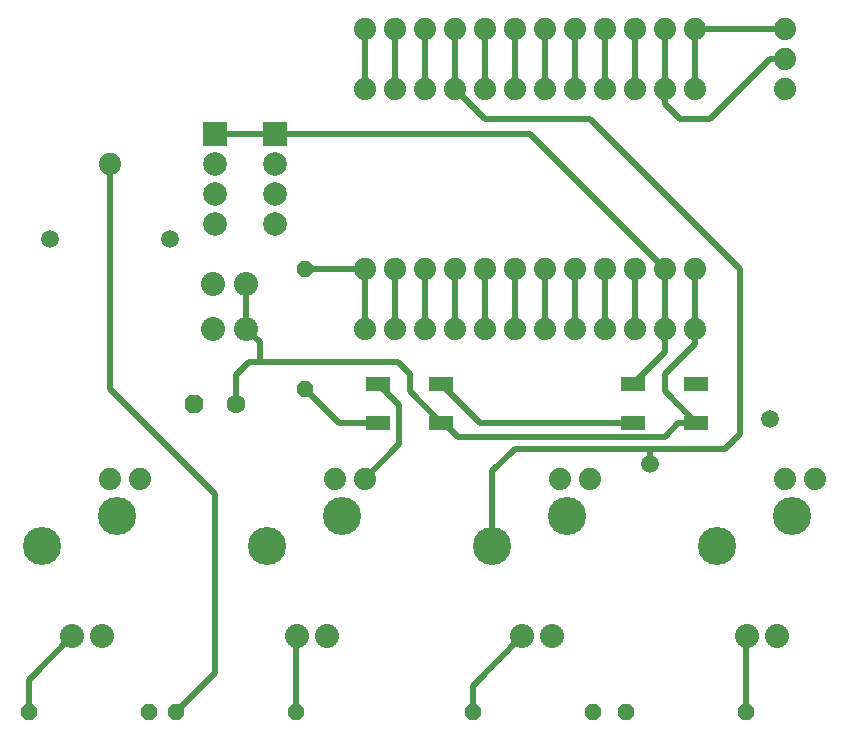
<source format=gbr>
G04 EAGLE Gerber RS-274X export*
G75*
%MOMM*%
%FSLAX34Y34*%
%LPD*%
%INTop Copper*%
%IPPOS*%
%AMOC8*
5,1,8,0,0,1.08239X$1,22.5*%
G01*
%ADD10P,1.429621X8X292.500000*%
%ADD11C,1.879600*%
%ADD12C,2.032000*%
%ADD13P,1.732040X8X202.500000*%
%ADD14C,1.600200*%
%ADD15R,2.000000X2.000000*%
%ADD16C,2.000000*%
%ADD17R,2.000000X1.250000*%
%ADD18C,3.225800*%
%ADD19P,1.429621X8X202.500000*%
%ADD20P,1.429621X8X22.500000*%
%ADD21C,0.508000*%
%ADD22C,1.500000*%


D10*
X609600Y774700D03*
X609600Y673100D03*
D11*
X939800Y927100D03*
X914400Y927100D03*
X889000Y927100D03*
X863600Y927100D03*
X838200Y927100D03*
X812800Y927100D03*
X787400Y927100D03*
X762000Y927100D03*
X736600Y927100D03*
X711200Y927100D03*
X685800Y927100D03*
X660400Y927100D03*
X660400Y774700D03*
X685800Y774700D03*
X711200Y774700D03*
X736600Y774700D03*
X762000Y774700D03*
X787400Y774700D03*
X812800Y774700D03*
X838200Y774700D03*
X863600Y774700D03*
X889000Y774700D03*
X914400Y774700D03*
X939800Y774700D03*
D12*
X560070Y723900D03*
X532130Y723900D03*
X532130Y762000D03*
X560070Y762000D03*
D13*
X515620Y660400D03*
D14*
X551180Y660400D03*
D11*
X660400Y977900D03*
X685800Y977900D03*
X711200Y977900D03*
X736600Y977900D03*
X762000Y977900D03*
X787400Y977900D03*
X812800Y977900D03*
X838200Y977900D03*
X863600Y977900D03*
X889000Y977900D03*
X914400Y977900D03*
X939800Y977900D03*
X939800Y723900D03*
X914400Y723900D03*
X889000Y723900D03*
X863600Y723900D03*
X838200Y723900D03*
X812800Y723900D03*
X787400Y723900D03*
X762000Y723900D03*
X736600Y723900D03*
X711200Y723900D03*
X685800Y723900D03*
X660400Y723900D03*
D15*
X584200Y889000D03*
D16*
X584200Y863600D03*
X584200Y838200D03*
X584200Y812800D03*
D15*
X533400Y889000D03*
D16*
X533400Y863600D03*
X533400Y838200D03*
X533400Y812800D03*
D11*
X1016000Y977900D03*
X1016000Y952500D03*
X1016000Y927100D03*
X444500Y863600D03*
D17*
X725500Y643900D03*
X725500Y676900D03*
X671500Y643900D03*
X671500Y676900D03*
X941400Y643900D03*
X941400Y676900D03*
X887400Y643900D03*
X887400Y676900D03*
D12*
X412750Y463550D03*
X438150Y463550D03*
D18*
X387350Y539750D03*
X450850Y565150D03*
D19*
X477520Y399288D03*
X375920Y399288D03*
D11*
X444500Y596900D03*
X469900Y596900D03*
D12*
X603250Y463550D03*
X628650Y463550D03*
D18*
X577850Y539750D03*
X641350Y565150D03*
D20*
X500380Y399288D03*
X601980Y399288D03*
D11*
X635000Y596900D03*
X660400Y596900D03*
D12*
X793750Y463550D03*
X819150Y463550D03*
D18*
X768350Y539750D03*
X831850Y565150D03*
D19*
X853440Y399288D03*
X751840Y399288D03*
D11*
X825500Y596900D03*
X850900Y596900D03*
D12*
X984250Y463550D03*
X1009650Y463550D03*
D18*
X958850Y539750D03*
X1022350Y565150D03*
D20*
X881380Y399288D03*
X982980Y399288D03*
D11*
X1016000Y596900D03*
X1041400Y596900D03*
D21*
X863600Y723900D02*
X863600Y774700D01*
X800100Y889000D02*
X584200Y889000D01*
X800100Y889000D02*
X914400Y774700D01*
X584200Y889000D02*
X533400Y889000D01*
X863600Y927100D02*
X863600Y977900D01*
X889000Y977900D02*
X889000Y927100D01*
X689610Y626110D02*
X660400Y596900D01*
X914400Y723900D02*
X914400Y774700D01*
X914400Y703900D02*
X887400Y676900D01*
X914400Y703900D02*
X914400Y723900D01*
X689610Y658790D02*
X671500Y676900D01*
X689610Y658790D02*
X689610Y626110D01*
X660400Y723900D02*
X660400Y774700D01*
X609600Y774700D01*
X685800Y774700D02*
X685800Y723900D01*
X711200Y723900D02*
X711200Y774700D01*
X736600Y774700D02*
X736600Y723900D01*
X762000Y723900D02*
X762000Y774700D01*
X787400Y774700D02*
X787400Y723900D01*
X812800Y723900D02*
X812800Y774700D01*
X838200Y774700D02*
X838200Y723900D01*
X889000Y723900D02*
X889000Y774700D01*
X571500Y695960D02*
X562610Y695960D01*
X571500Y695960D02*
X688340Y695960D01*
X560070Y723900D02*
X560070Y762000D01*
X739140Y632460D02*
X901700Y632460D01*
X902970Y632460D02*
X914400Y632460D01*
X902970Y632460D02*
X901700Y632460D01*
X914400Y685800D02*
X939800Y711200D01*
X939800Y723900D01*
X939800Y774700D01*
X551180Y684530D02*
X551180Y660400D01*
X551180Y684530D02*
X562610Y695960D01*
X725500Y643900D02*
X727700Y643900D01*
X739140Y632460D01*
X725500Y643900D02*
X698500Y670900D01*
X698500Y685800D01*
X688340Y695960D01*
X571500Y712470D02*
X560070Y723900D01*
X571500Y712470D02*
X571500Y695960D01*
X914400Y670900D02*
X941400Y643900D01*
X914400Y670900D02*
X914400Y685800D01*
X925840Y643900D02*
X914400Y632460D01*
X925840Y643900D02*
X941400Y643900D01*
X939800Y927100D02*
X939800Y977900D01*
X1016000Y977900D01*
X914400Y977900D02*
X914400Y927100D01*
X914400Y914400D01*
X927100Y901700D01*
X952500Y901700D01*
X1003300Y952500D01*
X1016000Y952500D01*
X787400Y927100D02*
X787400Y977900D01*
D22*
X393700Y800100D03*
D21*
X762000Y927100D02*
X762000Y977900D01*
D22*
X495300Y800100D03*
D21*
X736600Y927100D02*
X736600Y977900D01*
X736600Y927100D02*
X762000Y901700D01*
X850900Y901700D01*
X977900Y774700D01*
X977900Y635000D01*
X965200Y622300D01*
X901700Y622300D01*
X787400Y622300D01*
X768350Y603250D01*
X768350Y539750D01*
D22*
X901700Y609600D03*
D21*
X901700Y622300D01*
X711200Y927100D02*
X711200Y977900D01*
D22*
X1003300Y647700D03*
D21*
X685800Y927100D02*
X685800Y977900D01*
X660400Y977900D02*
X660400Y927100D01*
X444500Y863600D02*
X444500Y673100D01*
X533400Y584200D01*
X533400Y432308D01*
X500380Y399288D01*
X758500Y643900D02*
X887400Y643900D01*
X758500Y643900D02*
X725500Y676900D01*
X671500Y643900D02*
X638800Y643900D01*
X609600Y673100D01*
X838200Y927100D02*
X838200Y977900D01*
X812800Y977900D02*
X812800Y927100D01*
X412750Y463550D02*
X375920Y426720D01*
X375920Y399288D01*
X601980Y399288D02*
X601980Y462280D01*
X603250Y463550D01*
X751840Y421640D02*
X793750Y463550D01*
X751840Y421640D02*
X751840Y399288D01*
X982980Y462280D02*
X984250Y463550D01*
X982980Y462280D02*
X982980Y399288D01*
M02*

</source>
